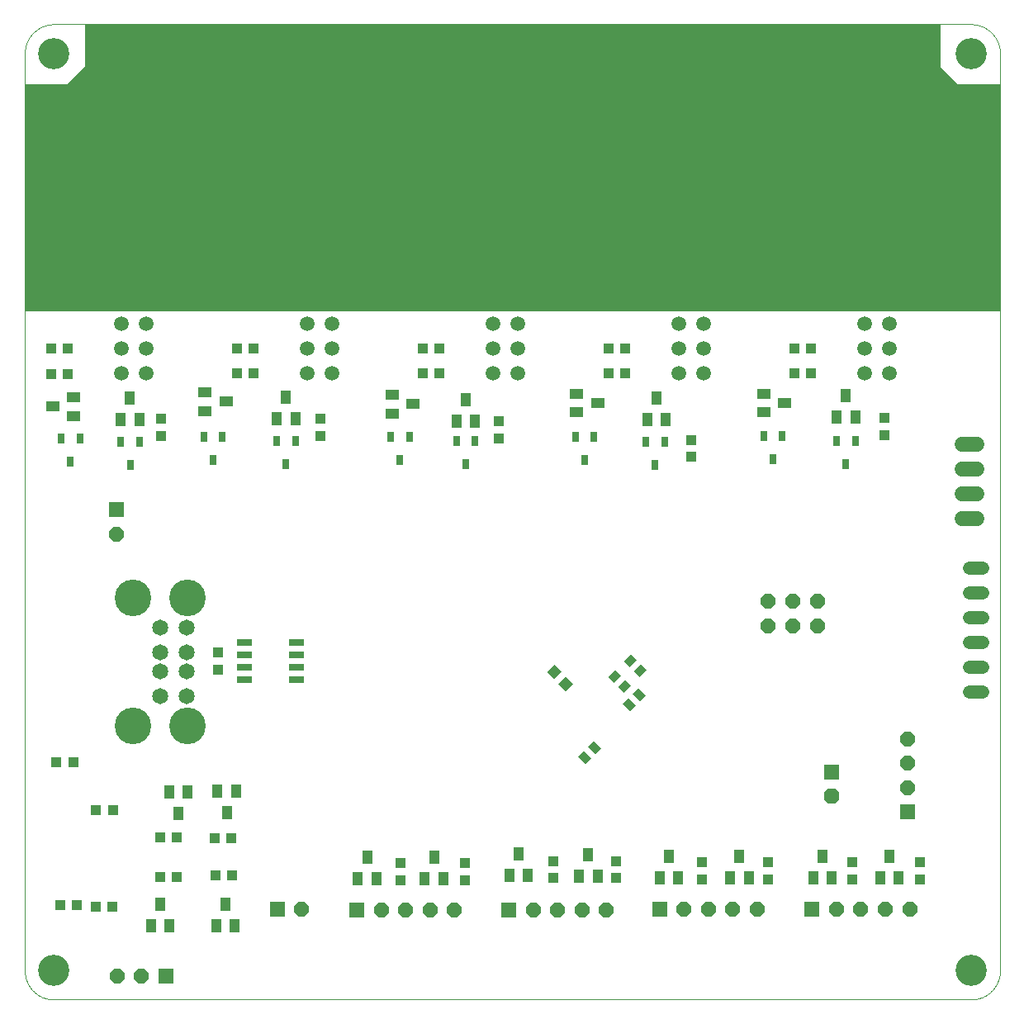
<source format=gbs>
G04 EAGLE Gerber RS-274X export*
G75*
%MOMM*%
%FSLAX34Y34*%
%LPD*%
%INSolder Mask bottom*%
%IPPOS*%
%AMOC8*
5,1,8,0,0,1.08239X$1,22.5*%
G01*
%ADD10C,0.000000*%
%ADD11C,3.200000*%
%ADD12R,1.500000X1.500000*%
%ADD13C,1.500000*%
%ADD14R,1.600000X1.600000*%
%ADD15P,1.731824X8X112.500000*%
%ADD16C,1.650000*%
%ADD17C,3.750000*%
%ADD18R,1.200000X1.200000*%
%ADD19C,1.200000*%
%ADD20R,1.040000X0.810000*%
%ADD21P,1.623585X8X202.500000*%
%ADD22R,1.050000X1.080000*%
%ADD23C,1.371600*%
%ADD24R,1.000000X1.100000*%
%ADD25R,1.500000X0.650000*%
%ADD26R,1.080000X1.050000*%
%ADD27P,1.623585X8X292.500000*%
%ADD28R,1.000000X1.400000*%
%ADD29R,1.400000X1.000000*%
%ADD30R,0.800000X1.000000*%
%ADD31P,1.649562X8X22.500000*%
%ADD32C,1.524000*%
%ADD33P,1.623585X8X22.500000*%
%ADD34P,1.623585X8X112.500000*%

G36*
X999540Y705451D02*
X999540Y705451D01*
X999591Y705453D01*
X999623Y705471D01*
X999659Y705479D01*
X999698Y705512D01*
X999743Y705536D01*
X999764Y705566D01*
X999792Y705589D01*
X999813Y705636D01*
X999843Y705678D01*
X999851Y705720D01*
X999863Y705748D01*
X999862Y705778D01*
X999870Y705820D01*
X999870Y938230D01*
X999859Y938280D01*
X999857Y938331D01*
X999839Y938363D01*
X999831Y938399D01*
X999798Y938438D01*
X999774Y938483D01*
X999744Y938504D01*
X999721Y938532D01*
X999674Y938553D01*
X999632Y938583D01*
X999590Y938591D01*
X999562Y938603D01*
X999532Y938602D01*
X999490Y938610D01*
X956468Y938610D01*
X938910Y956168D01*
X938910Y999190D01*
X938899Y999240D01*
X938897Y999291D01*
X938879Y999323D01*
X938871Y999359D01*
X938838Y999398D01*
X938814Y999443D01*
X938784Y999464D01*
X938761Y999492D01*
X938714Y999513D01*
X938672Y999543D01*
X938630Y999551D01*
X938602Y999563D01*
X938572Y999562D01*
X938530Y999570D01*
X62230Y999570D01*
X62180Y999559D01*
X62129Y999557D01*
X62097Y999539D01*
X62061Y999531D01*
X62022Y999498D01*
X61977Y999474D01*
X61956Y999444D01*
X61928Y999421D01*
X61907Y999374D01*
X61877Y999332D01*
X61869Y999290D01*
X61857Y999262D01*
X61858Y999232D01*
X61850Y999190D01*
X61850Y957438D01*
X43023Y938610D01*
X0Y938610D01*
X-50Y938599D01*
X-101Y938597D01*
X-133Y938579D01*
X-169Y938571D01*
X-208Y938538D01*
X-253Y938514D01*
X-274Y938484D01*
X-302Y938461D01*
X-323Y938414D01*
X-353Y938372D01*
X-361Y938330D01*
X-373Y938302D01*
X-372Y938272D01*
X-380Y938230D01*
X-380Y705820D01*
X-369Y705770D01*
X-367Y705719D01*
X-349Y705687D01*
X-341Y705651D01*
X-308Y705612D01*
X-284Y705567D01*
X-254Y705546D01*
X-231Y705518D01*
X-184Y705497D01*
X-142Y705467D01*
X-100Y705459D01*
X-72Y705447D01*
X-42Y705448D01*
X0Y705440D01*
X999490Y705440D01*
X999540Y705451D01*
G37*
D10*
X30000Y0D02*
X970000Y0D01*
X1000000Y30000D02*
X1000000Y970000D01*
X970000Y1000000D02*
X30000Y1000000D01*
X0Y970000D02*
X0Y30000D01*
X9Y29275D01*
X35Y28551D01*
X79Y27827D01*
X140Y27105D01*
X219Y26384D01*
X315Y25665D01*
X428Y24949D01*
X559Y24236D01*
X707Y23526D01*
X872Y22821D01*
X1054Y22119D01*
X1253Y21422D01*
X1468Y20729D01*
X1701Y20043D01*
X1950Y19362D01*
X2215Y18687D01*
X2496Y18019D01*
X2794Y17358D01*
X3107Y16704D01*
X3436Y16058D01*
X3781Y15420D01*
X4141Y14791D01*
X4516Y14171D01*
X4906Y13560D01*
X5310Y12958D01*
X5729Y12366D01*
X6163Y11785D01*
X6610Y11214D01*
X7071Y10655D01*
X7545Y10106D01*
X8032Y9570D01*
X8532Y9045D01*
X9045Y8532D01*
X9570Y8032D01*
X10106Y7545D01*
X10655Y7071D01*
X11214Y6610D01*
X11785Y6163D01*
X12366Y5729D01*
X12958Y5310D01*
X13560Y4906D01*
X14171Y4516D01*
X14791Y4141D01*
X15420Y3781D01*
X16058Y3436D01*
X16704Y3107D01*
X17358Y2794D01*
X18019Y2496D01*
X18687Y2215D01*
X19362Y1950D01*
X20043Y1701D01*
X20729Y1468D01*
X21422Y1253D01*
X22119Y1054D01*
X22821Y872D01*
X23526Y707D01*
X24236Y559D01*
X24949Y428D01*
X25665Y315D01*
X26384Y219D01*
X27105Y140D01*
X27827Y79D01*
X28551Y35D01*
X29275Y9D01*
X30000Y0D01*
X0Y970000D02*
X9Y970725D01*
X35Y971449D01*
X79Y972173D01*
X140Y972895D01*
X219Y973616D01*
X315Y974335D01*
X428Y975051D01*
X559Y975764D01*
X707Y976474D01*
X872Y977179D01*
X1054Y977881D01*
X1253Y978578D01*
X1468Y979271D01*
X1701Y979957D01*
X1950Y980638D01*
X2215Y981313D01*
X2496Y981981D01*
X2794Y982642D01*
X3107Y983296D01*
X3436Y983942D01*
X3781Y984580D01*
X4141Y985209D01*
X4516Y985829D01*
X4906Y986440D01*
X5310Y987042D01*
X5729Y987634D01*
X6163Y988215D01*
X6610Y988786D01*
X7071Y989345D01*
X7545Y989894D01*
X8032Y990430D01*
X8532Y990955D01*
X9045Y991468D01*
X9570Y991968D01*
X10106Y992455D01*
X10655Y992929D01*
X11214Y993390D01*
X11785Y993837D01*
X12366Y994271D01*
X12958Y994690D01*
X13560Y995094D01*
X14171Y995484D01*
X14791Y995859D01*
X15420Y996219D01*
X16058Y996564D01*
X16704Y996893D01*
X17358Y997206D01*
X18019Y997504D01*
X18687Y997785D01*
X19362Y998050D01*
X20043Y998299D01*
X20729Y998532D01*
X21422Y998747D01*
X22119Y998946D01*
X22821Y999128D01*
X23526Y999293D01*
X24236Y999441D01*
X24949Y999572D01*
X25665Y999685D01*
X26384Y999781D01*
X27105Y999860D01*
X27827Y999921D01*
X28551Y999965D01*
X29275Y999991D01*
X30000Y1000000D01*
X970000Y1000000D02*
X970725Y999991D01*
X971449Y999965D01*
X972173Y999921D01*
X972895Y999860D01*
X973616Y999781D01*
X974335Y999685D01*
X975051Y999572D01*
X975764Y999441D01*
X976474Y999293D01*
X977179Y999128D01*
X977881Y998946D01*
X978578Y998747D01*
X979271Y998532D01*
X979957Y998299D01*
X980638Y998050D01*
X981313Y997785D01*
X981981Y997504D01*
X982642Y997206D01*
X983296Y996893D01*
X983942Y996564D01*
X984580Y996219D01*
X985209Y995859D01*
X985829Y995484D01*
X986440Y995094D01*
X987042Y994690D01*
X987634Y994271D01*
X988215Y993837D01*
X988786Y993390D01*
X989345Y992929D01*
X989894Y992455D01*
X990430Y991968D01*
X990955Y991468D01*
X991468Y990955D01*
X991968Y990430D01*
X992455Y989894D01*
X992929Y989345D01*
X993390Y988786D01*
X993837Y988215D01*
X994271Y987634D01*
X994690Y987042D01*
X995094Y986440D01*
X995484Y985829D01*
X995859Y985209D01*
X996219Y984580D01*
X996564Y983942D01*
X996893Y983296D01*
X997206Y982642D01*
X997504Y981981D01*
X997785Y981313D01*
X998050Y980638D01*
X998299Y979957D01*
X998532Y979271D01*
X998747Y978578D01*
X998946Y977881D01*
X999128Y977179D01*
X999293Y976474D01*
X999441Y975764D01*
X999572Y975051D01*
X999685Y974335D01*
X999781Y973616D01*
X999860Y972895D01*
X999921Y972173D01*
X999965Y971449D01*
X999991Y970725D01*
X1000000Y970000D01*
X1000000Y30000D02*
X999991Y29275D01*
X999965Y28551D01*
X999921Y27827D01*
X999860Y27105D01*
X999781Y26384D01*
X999685Y25665D01*
X999572Y24949D01*
X999441Y24236D01*
X999293Y23526D01*
X999128Y22821D01*
X998946Y22119D01*
X998747Y21422D01*
X998532Y20729D01*
X998299Y20043D01*
X998050Y19362D01*
X997785Y18687D01*
X997504Y18019D01*
X997206Y17358D01*
X996893Y16704D01*
X996564Y16058D01*
X996219Y15420D01*
X995859Y14791D01*
X995484Y14171D01*
X995094Y13560D01*
X994690Y12958D01*
X994271Y12366D01*
X993837Y11785D01*
X993390Y11214D01*
X992929Y10655D01*
X992455Y10106D01*
X991968Y9570D01*
X991468Y9045D01*
X990955Y8532D01*
X990430Y8032D01*
X989894Y7545D01*
X989345Y7071D01*
X988786Y6610D01*
X988215Y6163D01*
X987634Y5729D01*
X987042Y5310D01*
X986440Y4906D01*
X985829Y4516D01*
X985209Y4141D01*
X984580Y3781D01*
X983942Y3436D01*
X983296Y3107D01*
X982642Y2794D01*
X981981Y2496D01*
X981313Y2215D01*
X980638Y1950D01*
X979957Y1701D01*
X979271Y1468D01*
X978578Y1253D01*
X977881Y1054D01*
X977179Y872D01*
X976474Y707D01*
X975764Y559D01*
X975051Y428D01*
X974335Y315D01*
X973616Y219D01*
X972895Y140D01*
X972173Y79D01*
X971449Y35D01*
X970725Y9D01*
X970000Y0D01*
D11*
X30000Y30000D03*
X30000Y970000D03*
X970000Y30000D03*
X970000Y970000D03*
D12*
X861060Y947120D03*
D13*
X886460Y947120D03*
X861060Y921720D03*
X861060Y642320D03*
X886460Y921720D03*
X886460Y896320D03*
X861060Y896320D03*
X886460Y870920D03*
X861060Y870920D03*
X886460Y845520D03*
X861060Y845520D03*
X886460Y820120D03*
X861060Y820120D03*
X886460Y794720D03*
X861060Y794720D03*
X886460Y769320D03*
X861060Y769320D03*
X886460Y743920D03*
X861060Y743920D03*
X886460Y718520D03*
X861060Y718520D03*
X886460Y693120D03*
X861060Y693120D03*
X886460Y667720D03*
X861060Y667720D03*
X886460Y642320D03*
D12*
X99060Y947120D03*
D13*
X124460Y947120D03*
X99060Y921720D03*
X99060Y642320D03*
X124460Y921720D03*
X124460Y896320D03*
X99060Y896320D03*
X124460Y870920D03*
X99060Y870920D03*
X124460Y845520D03*
X99060Y845520D03*
X124460Y820120D03*
X99060Y820120D03*
X124460Y794720D03*
X99060Y794720D03*
X124460Y769320D03*
X99060Y769320D03*
X124460Y743920D03*
X99060Y743920D03*
X124460Y718520D03*
X99060Y718520D03*
X124460Y693120D03*
X99060Y693120D03*
X124460Y667720D03*
X99060Y667720D03*
X124460Y642320D03*
D12*
X289560Y947120D03*
D13*
X314960Y947120D03*
X289560Y921720D03*
X289560Y642320D03*
X314960Y921720D03*
X314960Y896320D03*
X289560Y896320D03*
X314960Y870920D03*
X289560Y870920D03*
X314960Y845520D03*
X289560Y845520D03*
X314960Y820120D03*
X289560Y820120D03*
X314960Y794720D03*
X289560Y794720D03*
X314960Y769320D03*
X289560Y769320D03*
X314960Y743920D03*
X289560Y743920D03*
X314960Y718520D03*
X289560Y718520D03*
X314960Y693120D03*
X289560Y693120D03*
X314960Y667720D03*
X289560Y667720D03*
X314960Y642320D03*
D12*
X480060Y947120D03*
D13*
X505460Y947120D03*
X480060Y921720D03*
X480060Y642320D03*
X505460Y921720D03*
X505460Y896320D03*
X480060Y896320D03*
X505460Y870920D03*
X480060Y870920D03*
X505460Y845520D03*
X480060Y845520D03*
X505460Y820120D03*
X480060Y820120D03*
X505460Y794720D03*
X480060Y794720D03*
X505460Y769320D03*
X480060Y769320D03*
X505460Y743920D03*
X480060Y743920D03*
X505460Y718520D03*
X480060Y718520D03*
X505460Y693120D03*
X480060Y693120D03*
X505460Y667720D03*
X480060Y667720D03*
X505460Y642320D03*
D12*
X670560Y947120D03*
D13*
X695960Y947120D03*
X670560Y921720D03*
X670560Y642320D03*
X695960Y921720D03*
X695960Y896320D03*
X670560Y896320D03*
X695960Y870920D03*
X670560Y870920D03*
X695960Y845520D03*
X670560Y845520D03*
X695960Y820120D03*
X670560Y820120D03*
X695960Y794720D03*
X670560Y794720D03*
X695960Y769320D03*
X670560Y769320D03*
X695960Y743920D03*
X670560Y743920D03*
X695960Y718520D03*
X670560Y718520D03*
X695960Y693120D03*
X670560Y693120D03*
X695960Y667720D03*
X670560Y667720D03*
X695960Y642320D03*
D14*
X976630Y845320D03*
D15*
X976630Y820320D03*
D16*
X166070Y381410D03*
X166070Y356410D03*
X166070Y336410D03*
X166070Y311410D03*
X138970Y381410D03*
X138970Y356410D03*
X138970Y336410D03*
X138970Y311410D03*
D17*
X166970Y412110D03*
X166970Y280710D03*
X110970Y412110D03*
X110970Y280710D03*
D18*
X207010Y850600D03*
D19*
X207010Y815600D03*
D18*
X397510Y851870D03*
D19*
X397510Y816870D03*
D18*
X588010Y850600D03*
D19*
X588010Y815600D03*
D18*
X778510Y850600D03*
D19*
X778510Y815600D03*
D20*
G36*
X637719Y338088D02*
X630366Y330735D01*
X624639Y336462D01*
X631992Y343815D01*
X637719Y338088D01*
G37*
G36*
X627537Y348271D02*
X620184Y340918D01*
X614457Y346645D01*
X621810Y353998D01*
X627537Y348271D01*
G37*
G36*
X621608Y321977D02*
X614255Y314624D01*
X608528Y320351D01*
X615881Y327704D01*
X621608Y321977D01*
G37*
G36*
X611425Y332159D02*
X604072Y324806D01*
X598345Y330533D01*
X605698Y337886D01*
X611425Y332159D01*
G37*
D12*
X807230Y92410D03*
D21*
X832230Y92410D03*
X857230Y92410D03*
X882230Y92410D03*
X907230Y92410D03*
D12*
X651020Y92410D03*
D21*
X676020Y92410D03*
X701020Y92410D03*
X726020Y92410D03*
X751020Y92410D03*
D12*
X340440Y91910D03*
D21*
X365440Y91910D03*
X390440Y91910D03*
X415440Y91910D03*
X440440Y91910D03*
D22*
G36*
X542347Y328597D02*
X534923Y336021D01*
X542559Y343657D01*
X549983Y336233D01*
X542347Y328597D01*
G37*
G36*
X554721Y316223D02*
X547297Y323647D01*
X554933Y331283D01*
X562357Y323859D01*
X554721Y316223D01*
G37*
D20*
G36*
X629278Y319131D02*
X636631Y311778D01*
X630904Y306051D01*
X623551Y313404D01*
X629278Y319131D01*
G37*
G36*
X619096Y308949D02*
X626449Y301596D01*
X620722Y295869D01*
X613369Y303222D01*
X619096Y308949D01*
G37*
D23*
X968502Y442610D02*
X982218Y442610D01*
X982218Y417210D02*
X968502Y417210D01*
X968502Y391810D02*
X982218Y391810D01*
X982218Y366410D02*
X968502Y366410D01*
X968502Y341010D02*
X982218Y341010D01*
X982218Y315610D02*
X968502Y315610D01*
D24*
X53430Y96940D03*
X36430Y96940D03*
X90160Y95190D03*
X73160Y95190D03*
D25*
X278795Y366297D03*
X278795Y353597D03*
X278795Y340897D03*
X278795Y328197D03*
X224795Y328197D03*
X224795Y340897D03*
X224795Y353597D03*
X224795Y366297D03*
D26*
X197820Y338370D03*
X197820Y355870D03*
D12*
X905000Y192500D03*
D27*
X905000Y217500D03*
X905000Y242500D03*
X905000Y267500D03*
D24*
X194480Y165770D03*
X211480Y165770D03*
D28*
X207190Y191900D03*
X216690Y213900D03*
X197690Y213900D03*
D24*
X195180Y127030D03*
X212180Y127030D03*
D28*
X205880Y97430D03*
X196380Y75430D03*
X215380Y75430D03*
D24*
X139000Y125430D03*
X156000Y125430D03*
D28*
X139000Y97930D03*
X129500Y75930D03*
X148500Y75930D03*
D24*
X139000Y166070D03*
X156000Y166070D03*
D28*
X157660Y190630D03*
X167160Y212630D03*
X148160Y212630D03*
D22*
X44310Y641050D03*
X26810Y641050D03*
D29*
X28370Y608030D03*
X50370Y598530D03*
X50370Y617530D03*
D22*
X234810Y667720D03*
X217310Y667720D03*
D26*
X303530Y577690D03*
X303530Y595190D03*
D28*
X267970Y617760D03*
X258470Y595760D03*
X277470Y595760D03*
D30*
X258470Y573040D03*
X277470Y573040D03*
X267970Y549040D03*
D22*
X425310Y667720D03*
X407810Y667720D03*
D26*
X486410Y575150D03*
X486410Y592650D03*
D28*
X452120Y615220D03*
X442620Y593220D03*
X461620Y593220D03*
D30*
X442620Y573040D03*
X461620Y573040D03*
X452120Y549040D03*
D22*
X615810Y667720D03*
X598310Y667720D03*
D26*
X683260Y556420D03*
X683260Y573920D03*
D28*
X647700Y616490D03*
X638200Y594490D03*
X657200Y594490D03*
D30*
X636930Y571770D03*
X655930Y571770D03*
X646430Y547770D03*
D22*
X806310Y667720D03*
X788810Y667720D03*
D26*
X881380Y578960D03*
X881380Y596460D03*
D28*
X842010Y619030D03*
X832510Y597030D03*
X851510Y597030D03*
D30*
X832510Y573040D03*
X851510Y573040D03*
X842010Y549040D03*
D22*
X44310Y667720D03*
X26810Y667720D03*
D26*
X139700Y577690D03*
X139700Y595190D03*
D28*
X107950Y616490D03*
X98450Y594490D03*
X117450Y594490D03*
D30*
X98500Y572000D03*
X117500Y572000D03*
X108000Y548000D03*
D22*
X234810Y642320D03*
X217310Y642320D03*
D29*
X206580Y613110D03*
X184580Y622610D03*
X184580Y603610D03*
D30*
X183540Y576850D03*
X202540Y576850D03*
X193040Y552850D03*
D22*
X425310Y642320D03*
X407810Y642320D03*
D29*
X398350Y610570D03*
X376350Y620070D03*
X376350Y601070D03*
D30*
X375310Y576850D03*
X394310Y576850D03*
X384810Y552850D03*
D22*
X615810Y642320D03*
X598310Y642320D03*
D29*
X587580Y611840D03*
X565580Y621340D03*
X565580Y602340D03*
D30*
X564540Y576850D03*
X583540Y576850D03*
X574040Y552850D03*
D22*
X806310Y642320D03*
X788810Y642320D03*
D29*
X779350Y611840D03*
X757350Y621340D03*
X757350Y602340D03*
D30*
X757580Y578120D03*
X776580Y578120D03*
X767080Y554120D03*
X37490Y575580D03*
X56490Y575580D03*
X46990Y551580D03*
D31*
X762000Y383240D03*
X762000Y408640D03*
X787400Y383240D03*
X787400Y408640D03*
X812800Y383240D03*
X812800Y408640D03*
D26*
X918190Y123030D03*
X918190Y140530D03*
X761980Y123030D03*
X761980Y140530D03*
X451400Y122530D03*
X451400Y140030D03*
X848340Y123030D03*
X848340Y140530D03*
X694670Y123030D03*
X694670Y140530D03*
X385360Y122530D03*
X385360Y140030D03*
D28*
X886440Y146590D03*
X876940Y124590D03*
X895940Y124590D03*
X732770Y146590D03*
X723270Y124590D03*
X742270Y124590D03*
X817860Y146590D03*
X808360Y124590D03*
X827360Y124590D03*
X660380Y146590D03*
X650880Y124590D03*
X669880Y124590D03*
X351070Y146090D03*
X341570Y124090D03*
X360570Y124090D03*
X419650Y146090D03*
X410150Y124090D03*
X429150Y124090D03*
D12*
X258840Y93050D03*
D21*
X283840Y93050D03*
D32*
X961390Y569610D02*
X976630Y569610D01*
X976630Y544210D02*
X961390Y544210D01*
X961390Y518810D02*
X976630Y518810D01*
X976630Y493410D02*
X961390Y493410D01*
D12*
X144570Y23830D03*
D33*
X119570Y23830D03*
X94570Y23830D03*
D12*
X94130Y502420D03*
D34*
X94130Y477420D03*
D14*
X827330Y233380D03*
D15*
X827330Y208380D03*
D20*
G36*
X574722Y241869D02*
X567369Y249222D01*
X573096Y254949D01*
X580449Y247596D01*
X574722Y241869D01*
G37*
G36*
X584904Y252051D02*
X577551Y259404D01*
X583278Y265131D01*
X590631Y257778D01*
X584904Y252051D01*
G37*
D12*
X496272Y92200D03*
D21*
X521272Y92200D03*
X546272Y92200D03*
X571272Y92200D03*
X596272Y92200D03*
D26*
X606420Y124614D03*
X606420Y142114D03*
D28*
X577834Y148586D03*
X568334Y126586D03*
X587334Y126586D03*
D26*
X541892Y124614D03*
X541892Y142114D03*
D28*
X506334Y149058D03*
X496834Y127058D03*
X515834Y127058D03*
D22*
X49950Y243200D03*
X32450Y243200D03*
X73050Y194200D03*
X90550Y194200D03*
M02*

</source>
